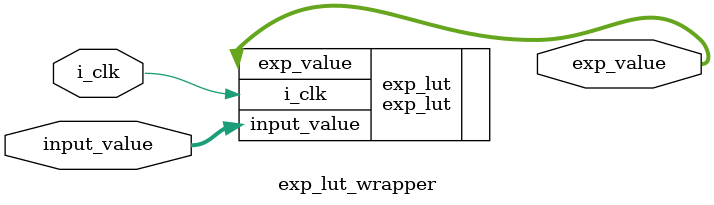
<source format=sv>
`include "../rtl/exp_lut.sv"
`timescale 1ns/1ps
module exp_lut_wrapper
#(
    parameter array_size = 1_000_000
)
(
    input logic i_clk,
    input logic signed [63:0] input_value, // q1.34 fixed-point input
    output logic [63:0] exp_value // Scaled exponential value output
);

    exp_lut exp_lut
    (
        .i_clk(i_clk),
        .input_value(input_value),
        
        .exp_value(exp_value)
    );

    initial
    begin
        $dumpfile("exp_lut_wrapper.vcd");
        $dumpvars;
    end

endmodule
</source>
